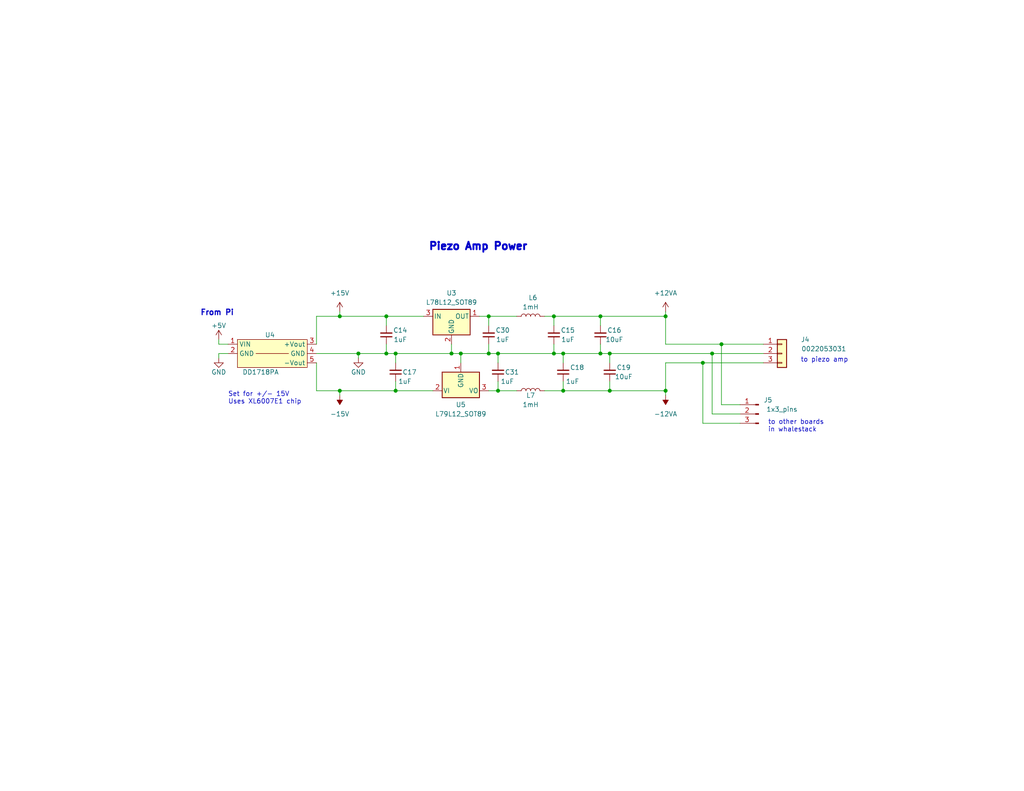
<source format=kicad_sch>
(kicad_sch (version 20230121) (generator eeschema)
  (paper "USLetter")
  (lib_symbols
    (symbol "Connector:Conn_01x03_Pin" (pin_names (offset 1.016) hide)
      (property "Reference" "J" (at 0 5.08 0))
      (property "Value" "Conn_01x03_Pin" (at 0 -5.08 0))
      (symbol "Conn_01x03_Pin_1_1"
        (polyline (pts (xy 1.27 -2.54) (xy 0.8636 -2.54)) (stroke (width 0.1524)))
        (polyline (pts (xy 1.27 0) (xy 0.8636 0)) (stroke (width 0.1524)))
        (polyline (pts (xy 1.27 2.54) (xy 0.8636 2.54)) (stroke (width 0.1524)))
        (rectangle (start 0.8636 -2.413) (end 0 -2.667) (stroke (width 0.1524)) (fill (type outline)))
        (rectangle (start 0.8636 0.127) (end 0 -0.127) (stroke (width 0.1524)) (fill (type outline)))
        (rectangle (start 0.8636 2.667) (end 0 2.413) (stroke (width 0.1524)) (fill (type outline)))
        (pin passive line (at 5.08 2.54 180) (length 3.81) (name "Pin_1") (number "1"))
        (pin passive line (at 5.08 0 180) (length 3.81) (name "Pin_2") (number "2"))
        (pin passive line (at 5.08 -2.54 180) (length 3.81) (name "Pin_3") (number "3"))
      )
    )
    (symbol "Connector_Generic:Conn_01x03" (pin_names (offset 1.016) hide)
      (property "Reference" "J" (at 0 5.08 0))
      (property "Value" "Conn_01x03" (at 0 -5.08 0))
      (symbol "Conn_01x03_1_1"
        (rectangle (start -1.27 -2.413) (end 0 -2.667) (stroke (width 0.1524)))
        (rectangle (start -1.27 0.127) (end 0 -0.127) (stroke (width 0.1524)))
        (rectangle (start -1.27 2.667) (end 0 2.413) (stroke (width 0.1524)))
        (rectangle (start -1.27 3.81) (end 1.27 -3.81) (stroke (width 0.254)) (fill (type background)))
        (pin passive line (at -5.08 2.54 0) (length 3.81) (name "Pin_1") (number "1"))
        (pin passive line (at -5.08 0 0) (length 3.81) (name "Pin_2") (number "2"))
        (pin passive line (at -5.08 -2.54 0) (length 3.81) (name "Pin_3") (number "3"))
      )
    )
    (symbol "Device:C_Small" (pin_numbers hide) (pin_names (offset 0.254) hide)
      (property "Reference" "C" (at 0.254 1.778 0))
      (property "Value" "C_Small" (at 0.254 -2.032 0))
      (symbol "C_Small_0_1"
        (polyline (pts (xy -1.524 -0.508) (xy 1.524 -0.508)) (stroke (width 0.3302)))
        (polyline (pts (xy -1.524 0.508) (xy 1.524 0.508)) (stroke (width 0.3048)))
      )
      (symbol "C_Small_1_1"
        (pin passive line (at 0 2.54 270) (length 2.032) (name "~") (number "1"))
        (pin passive line (at 0 -2.54 90) (length 2.032) (name "~") (number "2"))
      )
    )
    (symbol "Device:L" (pin_numbers hide) (pin_names (offset 1.016) hide)
      (property "Reference" "L" (at -1.27 0 90))
      (property "Value" "L" (at 1.905 0 90))
      (symbol "L_0_1"
        (arc (start 0 -2.54) (mid 0.6323 -1.905) (end 0 -1.27))
        (arc (start 0 -1.27) (mid 0.6323 -0.635) (end 0 0))
        (arc (start 0 0) (mid 0.6323 0.635) (end 0 1.27))
        (arc (start 0 1.27) (mid 0.6323 1.905) (end 0 2.54))
      )
      (symbol "L_1_1"
        (pin passive line (at 0 3.81 270) (length 1.27) (name "1") (number "1"))
        (pin passive line (at 0 -3.81 90) (length 1.27) (name "2") (number "2"))
      )
    )
    (symbol "Regulator_Linear:L78L12_SOT89" (pin_names (offset 0.254))
      (property "Reference" "U" (at -3.81 3.175 0))
      (property "Value" "L78L12_SOT89" (at -0.635 3.175 0))
      (symbol "L78L12_SOT89_0_1"
        (rectangle (start -5.08 1.905) (end 5.08 -5.08) (stroke (width 0.254)) (fill (type background)))
      )
      (symbol "L78L12_SOT89_1_1"
        (pin power_out line (at 7.62 0 180) (length 2.54) (name "OUT") (number "1"))
        (pin power_in line (at 0 -7.62 90) (length 2.54) (name "GND") (number "2"))
        (pin power_in line (at -7.62 0 0) (length 2.54) (name "IN") (number "3"))
      )
    )
    (symbol "Regulator_Linear:L79L12_SOT89" (pin_names (offset 0.254))
      (property "Reference" "U" (at -3.81 -3.175 0))
      (property "Value" "L79L12_SOT89" (at 0 -3.175 0))
      (symbol "L79L12_SOT89_0_1"
        (rectangle (start -5.08 5.08) (end 5.08 -1.905) (stroke (width 0.254)) (fill (type background)))
      )
      (symbol "L79L12_SOT89_1_1"
        (pin power_in line (at 0 7.62 270) (length 2.54) (name "GND") (number "1"))
        (pin power_in line (at -7.62 0 0) (length 2.54) (name "VI") (number "2"))
        (pin power_out line (at 7.62 0 180) (length 2.54) (name "VO") (number "3"))
      )
    )
    (symbol "power:+12VA" (power) (pin_names (offset 0))
      (property "Value" "+12VA" (at 0 3.556 0))
      (symbol "+12VA_0_1"
        (polyline (pts (xy -0.762 1.27) (xy 0 2.54)))
        (polyline (pts (xy 0 0) (xy 0 2.54)))
        (polyline (pts (xy 0 2.54) (xy 0.762 1.27)))
      )
      (symbol "+12VA_1_1"
        (pin power_in line (at 0 0 90) (length 0) hide (name "+12VA") (number "1"))
      )
    )
    (symbol "power:+15V" (power) (pin_names (offset 0))
      (property "Value" "+15V" (at 0 3.556 0))
      (symbol "+15V_0_1"
        (polyline (pts (xy -0.762 1.27) (xy 0 2.54)))
        (polyline (pts (xy 0 0) (xy 0 2.54)))
        (polyline (pts (xy 0 2.54) (xy 0.762 1.27)))
      )
      (symbol "+15V_1_1"
        (pin power_in line (at 0 0 90) (length 0) hide (name "+15V") (number "1"))
      )
    )
    (symbol "power:+5V" (power) (pin_names (offset 0))
      (property "Value" "+5V" (at 0 3.556 0))
      (symbol "+5V_0_1"
        (polyline (pts (xy -0.762 1.27) (xy 0 2.54)))
        (polyline (pts (xy 0 0) (xy 0 2.54)))
        (polyline (pts (xy 0 2.54) (xy 0.762 1.27)))
      )
      (symbol "+5V_1_1"
        (pin power_in line (at 0 0 90) (length 0) hide (name "+5V") (number "1"))
      )
    )
    (symbol "power:-12VA" (power) (pin_names (offset 0))
      (property "Value" "-12VA" (at 0 3.556 0))
      (symbol "-12VA_0_0"
        (pin power_in line (at 0 0 90) (length 0) hide (name "-12VA") (number "1"))
      )
      (symbol "-12VA_0_1"
        (polyline (pts (xy 0 0) (xy 0 1.27) (xy 0.762 1.27) (xy 0 2.54) (xy -0.762 1.27) (xy 0 1.27)) (fill (type outline)))
      )
    )
    (symbol "power:-15V" (power) (pin_names (offset 0))
      (property "Value" "-15V" (at 0 3.81 0))
      (symbol "-15V_0_0"
        (pin power_in line (at 0 0 90) (length 0) hide (name "-15V") (number "1"))
      )
      (symbol "-15V_0_1"
        (polyline (pts (xy 0 0) (xy 0 1.27) (xy 0.762 1.27) (xy 0 2.54) (xy -0.762 1.27) (xy 0 1.27)) (fill (type outline)))
      )
    )
    (symbol "power:GND" (power) (pin_names (offset 0))
      (property "Value" "GND" (at 0 -3.81 0))
      (symbol "GND_0_1"
        (polyline (pts (xy 0 0) (xy 0 -1.27) (xy 1.27 -1.27) (xy 0 -2.54) (xy -1.27 -1.27) (xy 0 -1.27)))
      )
      (symbol "GND_1_1"
        (pin power_in line (at 0 0 270) (length 0) hide (name "GND") (number "1"))
      )
    )
    (symbol "projectlib:DD1718PA"
      (property "Reference" "U" (at 10.16 2.54 0))
      (property "Value" "DD1718PA" (at 12.7 -7.62 0))
      (symbol "DD1718PA_0_0"
        (pin unspecified line (at 0 0 0) (length 2.54) (name "VIN") (number "1"))
        (pin unspecified line (at 0 -2.54 0) (length 2.54) (name "GND") (number "2"))
        (pin unspecified line (at 24.13 0 180) (length 2.54) (name "+Vout") (number "3"))
        (pin unspecified line (at 24.13 -2.54 180) (length 2.54) (name "GND") (number "4"))
        (pin unspecified line (at 24.13 -5.08 180) (length 2.54) (name "-Vout") (number "5"))
      )
      (symbol "DD1718PA_0_1"
        (polyline (pts (xy 7.62 -2.54) (xy 16.51 -2.54)))
      )
      (symbol "DD1718PA_1_1"
        (rectangle (start 2.54 1.27) (end 21.59 -6.35) (fill (type background)))
      )
    )
  )
  (junction (at 166.37 106.68))
  (junction (at 153.67 106.68))
  (junction (at 166.37 96.52))
  (junction (at 123.19 96.52))
  (junction (at 97.79 96.52))
  (junction (at 181.61 106.68))
  (junction (at 191.77 99.06))
  (junction (at 153.67 96.52))
  (junction (at 133.35 96.52))
  (junction (at 135.89 96.52))
  (junction (at 135.89 106.68))
  (junction (at 181.61 86.36))
  (junction (at 163.83 86.36))
  (junction (at 105.41 96.52))
  (junction (at 194.31 96.52))
  (junction (at 125.73 96.52))
  (junction (at 196.85 93.98))
  (junction (at 105.41 86.36))
  (junction (at 151.13 96.52))
  (junction (at 133.35 86.36))
  (junction (at 92.71 86.36))
  (junction (at 151.13 86.36))
  (junction (at 92.71 106.68))
  (junction (at 163.83 96.52))
  (junction (at 107.95 106.68))
  (junction (at 107.95 96.52))
  (wire (pts (xy 105.41 86.36) (xy 115.57 86.36)))
  (wire (pts (xy 107.95 96.52) (xy 107.95 99.06)))
  (wire (pts (xy 107.95 96.52) (xy 123.19 96.52)))
  (wire (pts (xy 201.93 110.49) (xy 196.85 110.49)))
  (wire (pts (xy 181.61 86.36) (xy 181.61 93.98)))
  (wire (pts (xy 196.85 93.98) (xy 208.28 93.98)))
  (wire (pts (xy 191.77 99.06) (xy 208.28 99.06)))
  (wire (pts (xy 148.59 106.68) (xy 153.67 106.68)))
  (wire (pts (xy 59.69 92.71) (xy 59.69 93.98)))
  (wire (pts (xy 166.37 96.52) (xy 166.37 99.06)))
  (wire (pts (xy 59.69 96.52) (xy 62.23 96.52)))
  (wire (pts (xy 105.41 93.98) (xy 105.41 96.52)))
  (wire (pts (xy 181.61 85.09) (xy 181.61 86.36)))
  (wire (pts (xy 194.31 96.52) (xy 208.28 96.52)))
  (wire (pts (xy 125.73 99.06) (xy 125.73 96.52)))
  (wire (pts (xy 97.79 96.52) (xy 105.41 96.52)))
  (wire (pts (xy 181.61 99.06) (xy 181.61 106.68)))
  (wire (pts (xy 133.35 106.68) (xy 135.89 106.68)))
  (wire (pts (xy 153.67 106.68) (xy 166.37 106.68)))
  (wire (pts (xy 135.89 96.52) (xy 151.13 96.52)))
  (wire (pts (xy 166.37 96.52) (xy 194.31 96.52)))
  (wire (pts (xy 153.67 104.14) (xy 153.67 106.68)))
  (wire (pts (xy 97.79 97.79) (xy 97.79 96.52)))
  (wire (pts (xy 125.73 96.52) (xy 133.35 96.52)))
  (wire (pts (xy 86.36 86.36) (xy 86.36 93.98)))
  (wire (pts (xy 92.71 86.36) (xy 105.41 86.36)))
  (wire (pts (xy 191.77 99.06) (xy 191.77 115.57)))
  (wire (pts (xy 107.95 104.14) (xy 107.95 106.68)))
  (wire (pts (xy 166.37 104.14) (xy 166.37 106.68)))
  (wire (pts (xy 59.69 93.98) (xy 62.23 93.98)))
  (wire (pts (xy 181.61 93.98) (xy 196.85 93.98)))
  (wire (pts (xy 153.67 96.52) (xy 153.67 99.06)))
  (wire (pts (xy 153.67 96.52) (xy 163.83 96.52)))
  (wire (pts (xy 123.19 93.98) (xy 123.19 96.52)))
  (wire (pts (xy 163.83 96.52) (xy 166.37 96.52)))
  (wire (pts (xy 135.89 106.68) (xy 140.97 106.68)))
  (wire (pts (xy 181.61 99.06) (xy 191.77 99.06)))
  (wire (pts (xy 201.93 113.03) (xy 194.31 113.03)))
  (wire (pts (xy 59.69 97.79) (xy 59.69 96.52)))
  (wire (pts (xy 133.35 86.36) (xy 140.97 86.36)))
  (wire (pts (xy 133.35 93.98) (xy 133.35 96.52)))
  (wire (pts (xy 92.71 106.68) (xy 107.95 106.68)))
  (wire (pts (xy 151.13 86.36) (xy 151.13 88.9)))
  (wire (pts (xy 86.36 99.06) (xy 86.36 106.68)))
  (wire (pts (xy 133.35 96.52) (xy 135.89 96.52)))
  (wire (pts (xy 130.81 86.36) (xy 133.35 86.36)))
  (wire (pts (xy 105.41 96.52) (xy 107.95 96.52)))
  (wire (pts (xy 181.61 106.68) (xy 181.61 107.95)))
  (wire (pts (xy 105.41 86.36) (xy 105.41 88.9)))
  (wire (pts (xy 133.35 86.36) (xy 133.35 88.9)))
  (wire (pts (xy 163.83 86.36) (xy 163.83 88.9)))
  (wire (pts (xy 123.19 96.52) (xy 125.73 96.52)))
  (wire (pts (xy 196.85 110.49) (xy 196.85 93.98)))
  (wire (pts (xy 151.13 93.98) (xy 151.13 96.52)))
  (wire (pts (xy 135.89 96.52) (xy 135.89 99.06)))
  (wire (pts (xy 92.71 107.95) (xy 92.71 106.68)))
  (wire (pts (xy 163.83 86.36) (xy 181.61 86.36)))
  (wire (pts (xy 151.13 86.36) (xy 163.83 86.36)))
  (wire (pts (xy 86.36 106.68) (xy 92.71 106.68)))
  (wire (pts (xy 92.71 86.36) (xy 86.36 86.36)))
  (wire (pts (xy 163.83 93.98) (xy 163.83 96.52)))
  (wire (pts (xy 135.89 104.14) (xy 135.89 106.68)))
  (wire (pts (xy 97.79 96.52) (xy 86.36 96.52)))
  (wire (pts (xy 201.93 115.57) (xy 191.77 115.57)))
  (wire (pts (xy 194.31 96.52) (xy 194.31 113.03)))
  (wire (pts (xy 118.11 106.68) (xy 107.95 106.68)))
  (wire (pts (xy 151.13 96.52) (xy 153.67 96.52)))
  (wire (pts (xy 148.59 86.36) (xy 151.13 86.36)))
  (wire (pts (xy 166.37 106.68) (xy 181.61 106.68)))
  (wire (pts (xy 92.71 85.09) (xy 92.71 86.36)))
  (text "From Pi" (at 54.61 86.36 0) (effects (font (size 1.5 1.5) (thickness 0.3) bold) (justify left bottom)))
  (text "to piezo amp\n" (at 218.44 99.06 0) (effects (font (size 1.27 1.27)) (justify left bottom)))
  (text "Piezo Amp Power" (at 116.84 68.58 0) (effects (font (size 2.032 2.032) (thickness 0.508) bold) (justify left bottom)))
  (text "Set for +/- 15V\nUses XL6007E1 chip" (at 62.23 110.49 0) (effects (font (size 1.27 1.27)) (justify left bottom)))
  (text "to other boards\nin whalestack" (at 209.55 118.11 0) (effects (font (size 1.27 1.27)) (justify left bottom)))
  (symbol (lib_id "Device:C_Small") (at 133.35 91.44 180) (unit 1)
    (property "Reference" "C30" (at 137.16 90.17 0))
    (property "Value" "1uF" (at 137.16 92.71 0))
    (property "Footprint" "Capacitor_SMD:C_0603_1608Metric" (effects hide))
    (property "MFG" "Samsung" (effects hide))
    (property "PN" "CL10A105KA8NNNC" (effects hide))
    (property "DIGI" "1276-1102-1-ND" (effects hide))
  )
  (symbol (lib_id "Device:C_Small") (at 166.37 101.6 180) (unit 1)
    (property "Reference" "C19" (at 170.18 100.33 0))
    (property "Value" "10uF" (at 170.18 102.87 0))
    (property "Footprint" "Capacitor_SMD:C_0805_2012Metric" (effects hide))
    (property "MFG" "Samsung" (effects hide))
    (property "PN" "CL21A106KOQNNNE" (effects hide))
    (property "DIGI" "1276-1096-1-ND" (effects hide))
  )
  (symbol (lib_id "Device:C_Small") (at 105.41 91.44 180) (unit 1)
    (property "Reference" "C14" (at 109.22 90.17 0))
    (property "Value" "1uF" (at 109.22 92.71 0))
    (property "Footprint" "Capacitor_SMD:C_0603_1608Metric" (effects hide))
    (property "MFG" "Samsung" (effects hide))
    (property "PN" "CL10A105KA8NNNC" (effects hide))
    (property "DIGI" "1276-1102-1-ND" (effects hide))
  )
  (symbol (lib_id "Device:C_Small") (at 153.67 101.6 180) (unit 1)
    (property "Reference" "C18" (at 157.48 100.33 0))
    (property "Value" "1uF" (at 156.21 104.14 0))
    (property "Footprint" "Capacitor_SMD:C_0603_1608Metric" (effects hide))
    (property "MFG" "Samsung" (effects hide))
    (property "PN" "CL10A105KA8NNNC" (effects hide))
    (property "DIGI" "1276-1102-1-ND" (effects hide))
  )
  (symbol (lib_id "Regulator_Linear:L79L12_SOT89") (at 125.73 106.68 0) (unit 1)
    (property "Reference" "U5" (at 125.73 110.49 0))
    (property "Value" "L79L12_SOT89" (at 125.73 113.03 0))
    (property "Footprint" "Package_TO_SOT_SMD:SOT-89-3" (effects hide))
    (property "Datasheet" "http://www.farnell.com/datasheets/1827870.pdf" (effects hide))
    (property "DIGI" "497-7301-1-ND" (effects hide))
    (property "MFG" "STMicroelectronics" (effects hide))
    (property "PN" "L79L12ACUTR" (effects hide))
  )
  (symbol (lib_id "Device:L") (at 144.78 106.68 90) (unit 1)
    (property "Reference" "L7" (at 144.78 107.95 90))
    (property "Value" "1mH" (at 144.78 110.49 90))
    (property "Footprint" "Inductor_SMD:L_1812_4532Metric_Pad1.30x3.40mm_HandSolder" (effects hide))
    (property "PN" "871-B82432C1105K" (effects hide))
    (property "MFG" "TDK" (effects hide))
    (property "DIGI" "CM453232-102JLCT-ND" (effects hide))
  )
  (symbol (lib_id "power:+12VA") (at 181.61 85.09 0) (unit 1)
    (property "Reference" "#PWR030" (effects hide))
    (property "Value" "+12VA" (at 181.61 80.01 0))
  )
  (symbol (lib_id "projectlib:DD1718PA") (at 62.23 93.98 0) (unit 1)
    (property "Reference" "U4" (at 73.66 91.44 0))
    (property "Value" "DD1718PA" (at 71.12 101.6 0))
    (property "Footprint" "projectlib:DD1718PA" (effects hide))
  )
  (symbol (lib_id "power:GND") (at 59.69 97.79 0) (unit 1)
    (property "Reference" "#PWR032" (effects hide))
    (property "Value" "GND" (at 59.69 101.6 0))
  )
  (symbol (lib_id "Device:L") (at 144.78 86.36 90) (unit 1)
    (property "Reference" "L6" (at 145.415 81.28 90))
    (property "Value" "1mH" (at 144.78 83.82 90))
    (property "Footprint" "Inductor_SMD:L_1812_4532Metric_Pad1.30x3.40mm_HandSolder" (effects hide))
    (property "PN" "871-B82432C1105K" (effects hide))
    (property "MFG" "TDK" (effects hide))
    (property "DIGI" "CM453232-102JLCT-ND" (effects hide))
  )
  (symbol (lib_id "power:GND") (at 97.79 97.79 0) (unit 1)
    (property "Reference" "#PWR033" (effects hide))
    (property "Value" "GND" (at 97.79 101.6 0))
  )
  (symbol (lib_id "Connector_Generic:Conn_01x03") (at 213.36 96.52 0) (unit 1)
    (property "Reference" "J4" (at 219.71 92.71 0))
    (property "Value" "0022053031" (at 224.79 95.25 0))
    (property "Footprint" "projectlib:CONN_A-7478-03A_MOL" (effects hide))
    (property "MFG" "Molex" (effects hide))
    (property "PN" "0022053031" (effects hide))
    (property "DIGI" "WM4301-ND" (effects hide))
  )
  (symbol (lib_id "power:-15V") (at 92.71 107.95 180) (unit 1)
    (property "Reference" "#PWR034" (effects hide))
    (property "Value" "-15V" (at 92.71 113.03 0))
  )
  (symbol (lib_id "power:+5V") (at 59.69 92.71 0) (unit 1)
    (property "Reference" "#PWR031" (effects hide))
    (property "Value" "+5V" (at 59.69 88.9 0))
  )
  (symbol (lib_id "Device:C_Small") (at 107.95 101.6 180) (unit 1)
    (property "Reference" "C17" (at 111.76 101.6 0))
    (property "Value" "1uF" (at 110.49 104.14 0))
    (property "Footprint" "Capacitor_SMD:C_0603_1608Metric" (effects hide))
    (property "MFG" "Samsung" (effects hide))
    (property "PN" "CL10A105KA8NNNC" (effects hide))
    (property "DIGI" "1276-1102-1-ND" (effects hide))
  )
  (symbol (lib_id "power:+15V") (at 92.71 85.09 0) (unit 1)
    (property "Reference" "#PWR029" (effects hide))
    (property "Value" "+15V" (at 92.71 80.01 0))
  )
  (symbol (lib_id "Device:C_Small") (at 135.89 101.6 180) (unit 1)
    (property "Reference" "C31" (at 139.7 101.6 0))
    (property "Value" "1uF" (at 138.43 104.14 0))
    (property "Footprint" "Capacitor_SMD:C_0603_1608Metric" (effects hide))
    (property "MFG" "Samsung" (effects hide))
    (property "PN" "CL10A105KA8NNNC" (effects hide))
    (property "DIGI" "1276-1102-1-ND" (effects hide))
  )
  (symbol (lib_id "power:-12VA") (at 181.61 107.95 180) (unit 1)
    (property "Reference" "#PWR035" (effects hide))
    (property "Value" "-12VA" (at 181.61 113.03 0))
  )
  (symbol (lib_id "Device:C_Small") (at 163.83 91.44 180) (unit 1)
    (property "Reference" "C16" (at 167.64 90.17 0))
    (property "Value" "10uF" (at 167.64 92.71 0))
    (property "Footprint" "Capacitor_SMD:C_0805_2012Metric" (effects hide))
    (property "MFG" "Samsung" (effects hide))
    (property "PN" "CL21A106KOQNNNE" (effects hide))
    (property "DIGI" "1276-1096-1-ND" (effects hide))
  )
  (symbol (lib_id "Connector:Conn_01x03_Pin") (at 207.01 113.03 0) (mirror y) (unit 1)
    (property "Reference" "J5" (at 209.55 109.22 0))
    (property "Value" "1x3_pins" (at 213.36 111.76 0))
    (property "Footprint" "Connector_PinHeader_2.54mm:PinHeader_1x03_P2.54mm_Vertical" (effects hide))
  )
  (symbol (lib_id "Regulator_Linear:L78L12_SOT89") (at 123.19 86.36 0) (unit 1)
    (property "Reference" "U3" (at 123.19 80.01 0))
    (property "Value" "L78L12_SOT89" (at 123.19 82.55 0))
    (property "Footprint" "Package_TO_SOT_SMD:SOT-89-3" (effects hide))
    (property "Datasheet" "http://www.st.com/content/ccc/resource/technical/document/datasheet/15/55/e5/aa/23/5b/43/fd/CD00000446.pdf/files/CD00000446.pdf/jcr:content/translations/en.CD00000446.pdf" (effects hide))
    (property "DIGI" "497-1195-1-ND" (effects hide))
    (property "MFG" "STMicroelectronics" (effects hide))
    (property "PN" "L78L12ACUTR" (effects hide))
  )
  (symbol (lib_id "Device:C_Small") (at 151.13 91.44 180) (unit 1)
    (property "Reference" "C15" (at 154.94 90.17 0))
    (property "Value" "1uF" (at 154.94 92.71 0))
    (property "Footprint" "Capacitor_SMD:C_0603_1608Metric" (effects hide))
    (property "MFG" "Samsung" (effects hide))
    (property "PN" "CL10A105KA8NNNC" (effects hide))
    (property "DIGI" "1276-1102-1-ND" (effects hide))
  )
)
</source>
